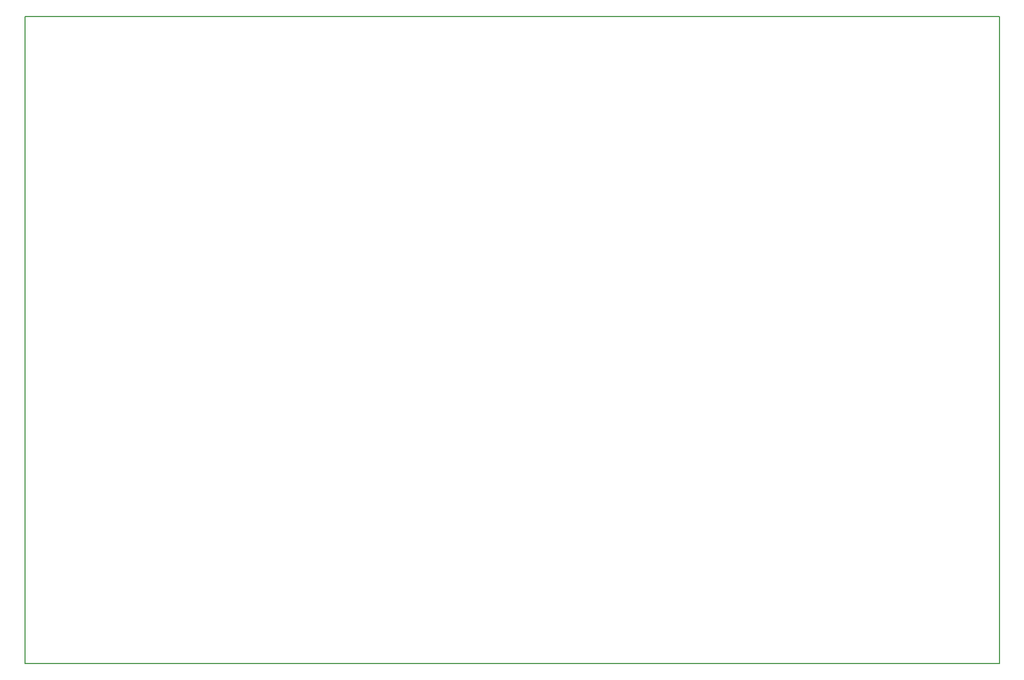
<source format=gbr>
G04 #@! TF.FileFunction,Profile,NP*
%FSLAX45Y45*%
G04 Gerber Fmt 4.5, Leading zero omitted, Abs format (unit mm)*
G04 Created by KiCad (PCBNEW 4.0.0-stable) date 12/22/2015 12:01:39 PM*
%MOMM*%
G01*
G04 APERTURE LIST*
%ADD10C,0.100000*%
%ADD11C,0.150000*%
G04 APERTURE END LIST*
D10*
D11*
X1270000Y-15367000D02*
X1270000Y-15240000D01*
X16764000Y-15367000D02*
X1270000Y-15367000D01*
X16764000Y-5080000D02*
X16764000Y-15367000D01*
X16764000Y-5080000D02*
X1270000Y-5080000D01*
X1270000Y-5080000D02*
X1270000Y-15240000D01*
M02*

</source>
